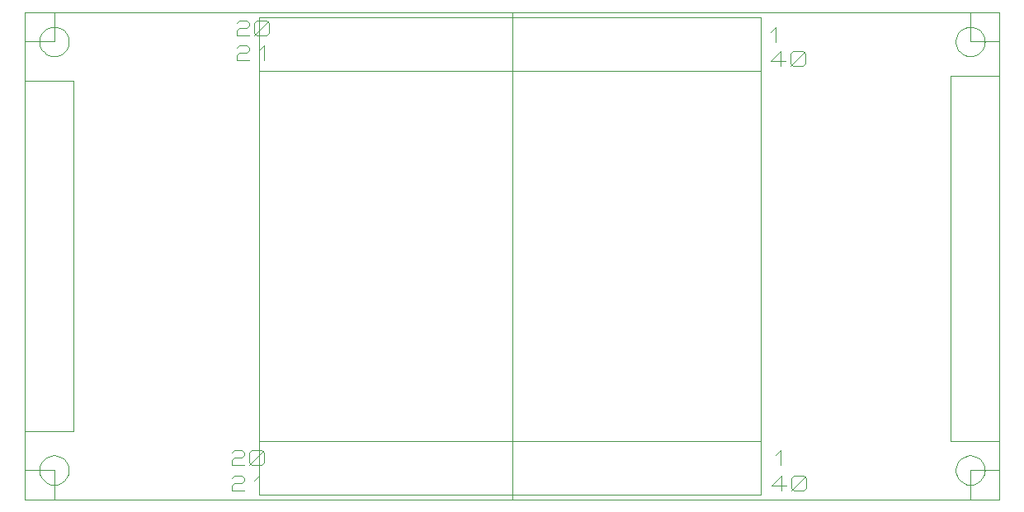
<source format=gbr>
G04 PROTEUS GERBER X2 FILE*
%TF.GenerationSoftware,Labcenter,Proteus,8.16-SP3-Build36097*%
%TF.CreationDate,2025-11-07T09:36:06+00:00*%
%TF.FileFunction,Other,Mechanical 3*%
%TF.FilePolarity,Positive*%
%TF.Part,Single*%
%TF.SameCoordinates,{7cfba198-d274-4d3b-beed-790fb78b42e9}*%
%FSLAX45Y45*%
%MOMM*%
G01*
%TA.AperFunction,Material*%
%ADD33C,0.101600*%
%TA.AperFunction,Profile*%
%ADD30C,0.101600*%
%TD.AperFunction*%
D33*
X-14000Y+13000D02*
X+4986000Y+13000D01*
X+4986000Y+5013000D01*
X-14000Y+5013000D01*
X-14000Y+13000D01*
X+4986000Y+13000D02*
X+9986000Y+13000D01*
X+9986000Y+5013000D01*
X+4986000Y+5013000D01*
X+4986000Y+13000D01*
X+2386000Y+63000D02*
X+7536000Y+63000D01*
X+7536000Y+4963000D01*
X+2386000Y+4963000D01*
X+2386000Y+63000D01*
X-14000Y+4713000D02*
X+286000Y+4713000D01*
X+286000Y+5013000D01*
X-14000Y+5013000D01*
X-14000Y+4713000D01*
X-14000Y+13000D02*
X+286000Y+13000D01*
X+286000Y+313000D01*
X-14000Y+313000D01*
X-14000Y+13000D01*
X+9686000Y+13000D02*
X+9986000Y+13000D01*
X+9986000Y+313000D01*
X+9686000Y+313000D01*
X+9686000Y+13000D01*
X+9686000Y+4713000D02*
X+9986000Y+4713000D01*
X+9986000Y+5013000D01*
X+9686000Y+5013000D01*
X+9686000Y+4713000D01*
X+2386000Y+4413000D02*
X+7536000Y+4413000D01*
X+7536000Y+4963000D01*
X+2386000Y+4963000D01*
X+2386000Y+4413000D01*
X+2386000Y+63000D02*
X+7536000Y+63000D01*
X+7536000Y+613000D01*
X+2386000Y+613000D01*
X+2386000Y+63000D01*
X-14000Y+713000D02*
X+486000Y+713000D01*
X+486000Y+4313000D01*
X-14000Y+4313000D01*
X-14000Y+713000D01*
X+9486000Y+613000D02*
X+9986000Y+613000D01*
X+9986000Y+4363000D01*
X+9486000Y+4363000D01*
X+9486000Y+613000D01*
X+7788400Y+4510600D02*
X+7636000Y+4510600D01*
X+7737600Y+4612200D01*
X+7737600Y+4459800D01*
X+7839200Y+4485200D02*
X+7839200Y+4586800D01*
X+7864600Y+4612200D01*
X+7966200Y+4612200D01*
X+7991600Y+4586800D01*
X+7991600Y+4485200D01*
X+7966200Y+4459800D01*
X+7864600Y+4459800D01*
X+7839200Y+4485200D01*
X+7839200Y+4459800D02*
X+7991600Y+4612200D01*
X+7635200Y+4811400D02*
X+7686000Y+4862200D01*
X+7686000Y+4709800D01*
X+2161400Y+4904300D02*
X+2186800Y+4929700D01*
X+2263000Y+4929700D01*
X+2288400Y+4904300D01*
X+2288400Y+4878900D01*
X+2263000Y+4853500D01*
X+2186800Y+4853500D01*
X+2161400Y+4828100D01*
X+2161400Y+4777300D01*
X+2288400Y+4777300D01*
X+2339200Y+4802700D02*
X+2339200Y+4904300D01*
X+2364600Y+4929700D01*
X+2466200Y+4929700D01*
X+2491600Y+4904300D01*
X+2491600Y+4802700D01*
X+2466200Y+4777300D01*
X+2364600Y+4777300D01*
X+2339200Y+4802700D01*
X+2339200Y+4777300D02*
X+2491600Y+4929700D01*
X+2161400Y+4646300D02*
X+2186800Y+4671700D01*
X+2263000Y+4671700D01*
X+2288400Y+4646300D01*
X+2288400Y+4620900D01*
X+2263000Y+4595500D01*
X+2186800Y+4595500D01*
X+2161400Y+4570100D01*
X+2161400Y+4519300D01*
X+2288400Y+4519300D01*
X+2390000Y+4620900D02*
X+2440800Y+4671700D01*
X+2440800Y+4519300D01*
X+7686800Y+465400D02*
X+7737600Y+516200D01*
X+7737600Y+363800D01*
X+7801900Y+156600D02*
X+7649500Y+156600D01*
X+7751100Y+258200D01*
X+7751100Y+105800D01*
X+7852700Y+131200D02*
X+7852700Y+232800D01*
X+7878100Y+258200D01*
X+7979700Y+258200D01*
X+8005100Y+232800D01*
X+8005100Y+131200D01*
X+7979700Y+105800D01*
X+7878100Y+105800D01*
X+7852700Y+131200D01*
X+7852700Y+105800D02*
X+8005100Y+258200D01*
X+2111400Y+490800D02*
X+2136800Y+516200D01*
X+2213000Y+516200D01*
X+2238400Y+490800D01*
X+2238400Y+465400D01*
X+2213000Y+440000D01*
X+2136800Y+440000D01*
X+2111400Y+414600D01*
X+2111400Y+363800D01*
X+2238400Y+363800D01*
X+2289200Y+389200D02*
X+2289200Y+490800D01*
X+2314600Y+516200D01*
X+2416200Y+516200D01*
X+2441600Y+490800D01*
X+2441600Y+389200D01*
X+2416200Y+363800D01*
X+2314600Y+363800D01*
X+2289200Y+389200D01*
X+2289200Y+363800D02*
X+2441600Y+516200D01*
X+2111400Y+232800D02*
X+2136800Y+258200D01*
X+2213000Y+258200D01*
X+2238400Y+232800D01*
X+2238400Y+207400D01*
X+2213000Y+182000D01*
X+2136800Y+182000D01*
X+2111400Y+156600D01*
X+2111400Y+105800D01*
X+2238400Y+105800D01*
X+2340000Y+207400D02*
X+2390800Y+258200D01*
X+2390800Y+105800D01*
D30*
X-14000Y+13000D02*
X+9986000Y+13000D01*
X+9986000Y+5013000D01*
X-14000Y+5013000D01*
X-14000Y+13000D01*
X+9836000Y+4713000D02*
X+9835498Y+4725258D01*
X+9831422Y+4749775D01*
X+9822906Y+4774292D01*
X+9809032Y+4798809D01*
X+9787806Y+4823161D01*
X+9763289Y+4841555D01*
X+9738772Y+4853411D01*
X+9714255Y+4860315D01*
X+9689738Y+4862953D01*
X+9686000Y+4863000D01*
X+9536000Y+4713000D02*
X+9536502Y+4725258D01*
X+9540578Y+4749775D01*
X+9549094Y+4774292D01*
X+9562968Y+4798809D01*
X+9584194Y+4823161D01*
X+9608711Y+4841555D01*
X+9633228Y+4853411D01*
X+9657745Y+4860315D01*
X+9682262Y+4862953D01*
X+9686000Y+4863000D01*
X+9536000Y+4713000D02*
X+9536502Y+4700742D01*
X+9540578Y+4676225D01*
X+9549094Y+4651708D01*
X+9562968Y+4627191D01*
X+9584194Y+4602839D01*
X+9608711Y+4584445D01*
X+9633228Y+4572589D01*
X+9657745Y+4565685D01*
X+9682262Y+4563047D01*
X+9686000Y+4563000D01*
X+9836000Y+4713000D02*
X+9835498Y+4700742D01*
X+9831422Y+4676225D01*
X+9822906Y+4651708D01*
X+9809032Y+4627191D01*
X+9787806Y+4602839D01*
X+9763289Y+4584445D01*
X+9738772Y+4572589D01*
X+9714255Y+4565685D01*
X+9689738Y+4563047D01*
X+9686000Y+4563000D01*
X+9836000Y+313000D02*
X+9835498Y+325258D01*
X+9831422Y+349775D01*
X+9822906Y+374292D01*
X+9809032Y+398809D01*
X+9787806Y+423161D01*
X+9763289Y+441555D01*
X+9738772Y+453411D01*
X+9714255Y+460315D01*
X+9689738Y+462953D01*
X+9686000Y+463000D01*
X+9536000Y+313000D02*
X+9536502Y+325258D01*
X+9540578Y+349775D01*
X+9549094Y+374292D01*
X+9562968Y+398809D01*
X+9584194Y+423161D01*
X+9608711Y+441555D01*
X+9633228Y+453411D01*
X+9657745Y+460315D01*
X+9682262Y+462953D01*
X+9686000Y+463000D01*
X+9536000Y+313000D02*
X+9536502Y+300742D01*
X+9540578Y+276225D01*
X+9549094Y+251708D01*
X+9562968Y+227191D01*
X+9584194Y+202839D01*
X+9608711Y+184445D01*
X+9633228Y+172589D01*
X+9657745Y+165685D01*
X+9682262Y+163047D01*
X+9686000Y+163000D01*
X+9836000Y+313000D02*
X+9835498Y+300742D01*
X+9831422Y+276225D01*
X+9822906Y+251708D01*
X+9809032Y+227191D01*
X+9787806Y+202839D01*
X+9763289Y+184445D01*
X+9738772Y+172589D01*
X+9714255Y+165685D01*
X+9689738Y+163047D01*
X+9686000Y+163000D01*
X+436000Y+313000D02*
X+435498Y+325258D01*
X+431422Y+349775D01*
X+422906Y+374292D01*
X+409032Y+398809D01*
X+387806Y+423161D01*
X+363289Y+441555D01*
X+338772Y+453411D01*
X+314255Y+460315D01*
X+289738Y+462953D01*
X+286000Y+463000D01*
X+136000Y+313000D02*
X+136502Y+325258D01*
X+140578Y+349775D01*
X+149094Y+374292D01*
X+162968Y+398809D01*
X+184194Y+423161D01*
X+208711Y+441555D01*
X+233228Y+453411D01*
X+257745Y+460315D01*
X+282262Y+462953D01*
X+286000Y+463000D01*
X+136000Y+313000D02*
X+136502Y+300742D01*
X+140578Y+276225D01*
X+149094Y+251708D01*
X+162968Y+227191D01*
X+184194Y+202839D01*
X+208711Y+184445D01*
X+233228Y+172589D01*
X+257745Y+165685D01*
X+282262Y+163047D01*
X+286000Y+163000D01*
X+436000Y+313000D02*
X+435498Y+300742D01*
X+431422Y+276225D01*
X+422906Y+251708D01*
X+409032Y+227191D01*
X+387806Y+202839D01*
X+363289Y+184445D01*
X+338772Y+172589D01*
X+314255Y+165685D01*
X+289738Y+163047D01*
X+286000Y+163000D01*
X+436000Y+4713000D02*
X+435498Y+4725258D01*
X+431422Y+4749775D01*
X+422906Y+4774292D01*
X+409032Y+4798809D01*
X+387806Y+4823161D01*
X+363289Y+4841555D01*
X+338772Y+4853411D01*
X+314255Y+4860315D01*
X+289738Y+4862953D01*
X+286000Y+4863000D01*
X+136000Y+4713000D02*
X+136502Y+4725258D01*
X+140578Y+4749775D01*
X+149094Y+4774292D01*
X+162968Y+4798809D01*
X+184194Y+4823161D01*
X+208711Y+4841555D01*
X+233228Y+4853411D01*
X+257745Y+4860315D01*
X+282262Y+4862953D01*
X+286000Y+4863000D01*
X+136000Y+4713000D02*
X+136502Y+4700742D01*
X+140578Y+4676225D01*
X+149094Y+4651708D01*
X+162968Y+4627191D01*
X+184194Y+4602839D01*
X+208711Y+4584445D01*
X+233228Y+4572589D01*
X+257745Y+4565685D01*
X+282262Y+4563047D01*
X+286000Y+4563000D01*
X+436000Y+4713000D02*
X+435498Y+4700742D01*
X+431422Y+4676225D01*
X+422906Y+4651708D01*
X+409032Y+4627191D01*
X+387806Y+4602839D01*
X+363289Y+4584445D01*
X+338772Y+4572589D01*
X+314255Y+4565685D01*
X+289738Y+4563047D01*
X+286000Y+4563000D01*
M02*

</source>
